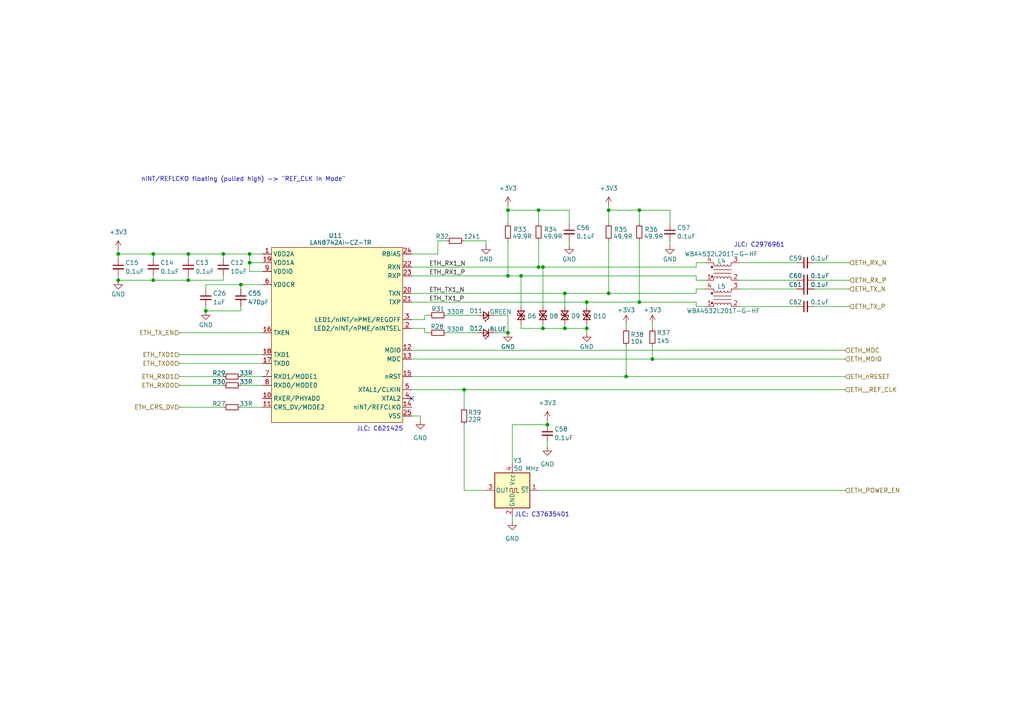
<source format=kicad_sch>
(kicad_sch (version 20231120) (generator "eeschema") (generator_version "8.0")
  (paper "A4")
  (lib_symbols
    (symbol "Device:C_Small" (pin_numbers hide) (pin_names (offset 0.254) hide)
      (property "Reference" "C" (at 0.254 1.778 0))
      (property "Value" "C_Small" (at 0.254 -2.032 0))
      (symbol "C_Small_0_1"
        (polyline (pts (xy -1.524 -0.508) (xy 1.524 -0.508)) (stroke (width 0.3302)))
        (polyline (pts (xy -1.524 0.508) (xy 1.524 0.508)) (stroke (width 0.3048)))
      )
      (symbol "C_Small_1_1"
        (pin passive line (at 0 2.54 270) (length 2.032) (name "~") (number "1"))
        (pin passive line (at 0 -2.54 90) (length 2.032) (name "~") (number "2"))
      )
    )
    (symbol "Device:D_TVS_Small" (pin_numbers hide) (pin_names (offset 1.016) hide)
      (property "Reference" "D" (at 0 2.54 0))
      (property "Value" "D_TVS_Small" (at 0 -2.54 0))
      (symbol "D_TVS_Small_0_1"
        (polyline (pts (xy -1.27 0) (xy 1.27 0)))
        (polyline (pts (xy 0.508 1.016) (xy 0 1.016) (xy 0 -1.016) (xy -0.508 -1.016)) (stroke (width 0.254)))
        (polyline (pts (xy -1.27 1.016) (xy -1.27 -1.016) (xy 1.27 1.016) (xy 1.27 -1.016) (xy -1.27 1.016)) (stroke (width 0.254)))
      )
      (symbol "D_TVS_Small_1_1"
        (pin passive line (at -2.54 0 0) (length 1.27) (name "A1") (number "1"))
        (pin passive line (at 2.54 0 180) (length 1.27) (name "A2") (number "2"))
      )
    )
    (symbol "Device:LED_Small" (pin_numbers hide) (pin_names (offset 0.254) hide)
      (property "Reference" "D" (at -1.27 3.175 0))
      (property "Value" "LED_Small" (at -4.445 -2.54 0))
      (symbol "LED_Small_0_1"
        (polyline (pts (xy -0.762 -1.016) (xy -0.762 1.016)) (stroke (width 0.254)))
        (polyline (pts (xy 1.016 0) (xy -0.762 0)))
        (polyline (pts (xy 0.762 -1.016) (xy -0.762 0) (xy 0.762 1.016) (xy 0.762 -1.016)) (stroke (width 0.254)))
        (polyline (pts (xy 0 0.762) (xy -0.508 1.27) (xy -0.254 1.27) (xy -0.508 1.27) (xy -0.508 1.016)))
        (polyline (pts (xy 0.508 1.27) (xy 0 1.778) (xy 0.254 1.778) (xy 0 1.778) (xy 0 1.524)))
      )
      (symbol "LED_Small_1_1"
        (pin passive line (at -2.54 0 0) (length 1.778) (name "K") (number "1"))
        (pin passive line (at 2.54 0 180) (length 1.778) (name "A") (number "2"))
      )
    )
    (symbol "Device:R_Small" (pin_numbers hide) (pin_names (offset 0.254) hide)
      (property "Reference" "R" (at 0.762 0.508 0))
      (property "Value" "R_Small" (at 0.762 -1.016 0))
      (symbol "R_Small_0_1"
        (rectangle (start -0.762 1.778) (end 0.762 -1.778) (stroke (width 0.2032)))
      )
      (symbol "R_Small_1_1"
        (pin passive line (at 0 2.54 270) (length 0.762) (name "~") (number "1"))
        (pin passive line (at 0 -2.54 90) (length 0.762) (name "~") (number "2"))
      )
    )
    (symbol "Filter:Choke_Wurth_WE-CNSW_744232090"
      (property "Reference" "L" (at 0 5.08 0))
      (property "Value" "Choke_Wurth_WE-CNSW_744232090" (at 0 -5.08 0))
      (symbol "Choke_Wurth_WE-CNSW_744232090_1_1"
        (circle (center -3.048 -1.27) (radius 0.254) (fill (type outline)))
        (circle (center -3.048 1.524) (radius 0.254) (fill (type outline)))
        (arc (start -2.54 2.032) (mid -2.032 1.5262) (end -1.524 2.032))
        (arc (start -1.524 -2.032) (mid -2.032 -1.5262) (end -2.54 -2.032))
        (arc (start -1.524 2.032) (mid -1.016 1.5262) (end -0.508 2.032))
        (arc (start -0.508 -2.032) (mid -1.016 -1.5262) (end -1.524 -2.032))
        (arc (start -0.508 2.032) (mid 0 1.5262) (end 0.508 2.032))
        (polyline (pts (xy -2.54 -2.032) (xy -2.54 -2.54)))
        (polyline (pts (xy -2.54 0.508) (xy 2.54 0.508)))
        (polyline (pts (xy -2.54 2.032) (xy -2.54 2.54)))
        (polyline (pts (xy 2.54 -2.032) (xy 2.54 -2.54)))
        (polyline (pts (xy 2.54 -0.508) (xy -2.54 -0.508)))
        (polyline (pts (xy 2.54 2.54) (xy 2.54 2.032)))
        (arc (start 0.508 -2.032) (mid 0 -1.5262) (end -0.508 -2.032))
        (arc (start 0.508 2.032) (mid 1.016 1.5262) (end 1.524 2.032))
        (arc (start 1.524 -2.032) (mid 1.016 -1.5262) (end 0.508 -2.032))
        (arc (start 1.524 2.032) (mid 2.032 1.5262) (end 2.54 2.032))
        (arc (start 2.54 -2.032) (mid 2.032 -1.5262) (end 1.524 -2.032))
        (pin passive line (at -5.08 2.54 0) (length 2.54) (name "") (number "1"))
        (pin passive line (at 5.08 2.54 180) (length 2.54) (name "") (number "2"))
        (pin passive line (at 5.08 -2.54 180) (length 2.54) (name "") (number "3"))
        (pin passive line (at -5.08 -2.54 0) (length 2.54) (name "") (number "4"))
      )
    )
    (symbol "Oscillator:SG-210STF" (pin_names (offset 0.254))
      (property "Reference" "Y" (at -5.08 6.35 0))
      (property "Value" "SG-210STF" (at 1.27 -6.35 0))
      (symbol "SG-210STF_0_1"
        (rectangle (start -5.08 5.08) (end 5.08 -5.08) (stroke (width 0.254)) (fill (type background)))
        (polyline (pts (xy -1.905 -0.635) (xy -1.27 -0.635) (xy -1.27 0.635) (xy -0.635 0.635) (xy -0.635 -0.635) (xy 0 -0.635) (xy 0 0.635) (xy 0.635 0.635) (xy 0.635 -0.635)))
      )
      (symbol "SG-210STF_1_1"
        (pin input line (at -7.62 0 0) (length 2.54) (name "~{ST}") (number "1"))
        (pin power_in line (at 0 -7.62 90) (length 2.54) (name "GND") (number "2"))
        (pin output line (at 7.62 0 180) (length 2.54) (name "OUT") (number "3"))
        (pin power_in line (at 0 7.62 270) (length 2.54) (name "Vcc") (number "4"))
      )
    )
    (symbol "easyeda2kicad:LAN8742AI-CZ-TR"
      (property "Reference" "U" (at 0 55.88 0))
      (property "Value" "LAN8742AI-CZ-TR" (at 0.762 53.594 0))
      (symbol "LAN8742AI-CZ-TR_0_1"
        (rectangle (start -20.32 52.705) (end 17.78 1.905) (fill (type background)))
        (pin unspecified line (at -22.86 50.8 0) (length 2.54) (name "VDD2A") (number "1"))
        (pin unspecified line (at -22.86 8.89 0) (length 2.54) (name "RXER/PHYAD0") (number "10"))
        (pin unspecified line (at -22.86 6.35 0) (length 2.54) (name "CRS_DV/MODE2") (number "11"))
        (pin unspecified line (at 20.32 22.86 180) (length 2.54) (name "MDIO") (number "12"))
        (pin unspecified line (at 20.32 20.32 180) (length 2.54) (name "MDC") (number "13"))
        (pin unspecified line (at 20.32 6.35 180) (length 2.54) (name "nINT/REFCLKO") (number "14"))
        (pin unspecified line (at 20.32 15.24 180) (length 2.54) (name "nRST") (number "15"))
        (pin unspecified line (at -22.86 27.94 0) (length 2.54) (name "TXEN") (number "16"))
        (pin unspecified line (at -22.86 19.05 0) (length 2.54) (name "TXD0") (number "17"))
        (pin unspecified line (at -22.86 21.59 0) (length 2.54) (name "TXD1") (number "18"))
        (pin unspecified line (at -22.86 48.26 0) (length 2.54) (name "VDD1A") (number "19"))
        (pin unspecified line (at 20.32 29.21 180) (length 2.54) (name "LED2/nINT/nPME/nINTSEL") (number "2"))
        (pin unspecified line (at 20.32 39.37 180) (length 2.54) (name "TXN") (number "20"))
        (pin unspecified line (at 20.32 36.83 180) (length 2.54) (name "TXP") (number "21"))
        (pin unspecified line (at 20.32 46.99 180) (length 2.54) (name "RXN") (number "22"))
        (pin unspecified line (at 20.32 44.45 180) (length 2.54) (name "RXP") (number "23"))
        (pin unspecified line (at 20.32 50.8 180) (length 2.54) (name "RBIAS") (number "24"))
        (pin unspecified line (at 20.32 3.81 180) (length 2.54) (name "VSS") (number "25"))
        (pin unspecified line (at 20.32 31.75 180) (length 2.54) (name "LED1/nINT/nPME/REGOFF") (number "3"))
        (pin unspecified line (at 20.32 8.89 180) (length 2.54) (name "XTAL2") (number "4"))
        (pin unspecified line (at 20.32 11.43 180) (length 2.54) (name "XTAL1/CLKIN") (number "5"))
        (pin unspecified line (at -22.86 41.91 0) (length 2.54) (name "VDDCR") (number "6"))
        (pin unspecified line (at -22.86 15.24 0) (length 2.54) (name "RXD1/MODE1") (number "7"))
        (pin unspecified line (at -22.86 12.7 0) (length 2.54) (name "RXD0/MODE0") (number "8"))
        (pin unspecified line (at -22.86 45.72 0) (length 2.54) (name "VDDIO") (number "9"))
      )
    )
    (symbol "power:+3V3" (power) (pin_numbers hide) (pin_names (offset 0) hide)
      (property "Value" "+3V3" (at 0 3.556 0))
      (symbol "+3V3_0_1"
        (polyline (pts (xy -0.762 1.27) (xy 0 2.54)))
        (polyline (pts (xy 0 0) (xy 0 2.54)))
        (polyline (pts (xy 0 2.54) (xy 0.762 1.27)))
      )
      (symbol "+3V3_1_1"
        (pin power_in line (at 0 0 90) (length 0) (name "~") (number "1"))
      )
    )
    (symbol "power:GND" (power) (pin_numbers hide) (pin_names (offset 0) hide)
      (property "Value" "GND" (at 0 -3.81 0))
      (symbol "GND_0_1"
        (polyline (pts (xy 0 0) (xy 0 -1.27) (xy 1.27 -1.27) (xy 0 -2.54) (xy -1.27 -1.27) (xy 0 -1.27)))
      )
      (symbol "GND_1_1"
        (pin power_in line (at 0 0 270) (length 0) (name "~") (number "1"))
      )
    )
  )
  (junction (at 156.21 60.96))
  (junction (at 44.45 73.66))
  (junction (at 185.42 60.96))
  (junction (at 157.48 95.25))
  (junction (at 156.21 77.47))
  (junction (at 134.62 113.03))
  (junction (at 157.48 77.47))
  (junction (at 147.32 96.52))
  (junction (at 158.75 123.19))
  (junction (at 54.61 81.28))
  (junction (at 34.29 81.28))
  (junction (at 34.29 73.66))
  (junction (at 163.83 85.09))
  (junction (at 163.83 95.25))
  (junction (at 44.45 81.28))
  (junction (at 147.32 80.01))
  (junction (at 69.85 82.55))
  (junction (at 72.39 76.2))
  (junction (at 170.18 87.63))
  (junction (at 64.77 73.66))
  (junction (at 176.53 60.96))
  (junction (at 185.42 87.63))
  (junction (at 151.13 80.01))
  (junction (at 147.32 60.96))
  (junction (at 54.61 73.66))
  (junction (at 189.23 104.14))
  (junction (at 176.53 85.09))
  (junction (at 181.61 109.22))
  (junction (at 170.18 95.25))
  (junction (at 59.69 90.17))
  (junction (at 72.39 73.66))
  (no_connect (at 119.38 115.57))
  (wire (pts (xy 52.07 105.41) (xy 76.2 105.41)))
  (wire (pts (xy 64.77 73.66) (xy 72.39 73.66)))
  (wire (pts (xy 156.21 60.96) (xy 165.1 60.96)))
  (wire (pts (xy 34.29 81.28) (xy 44.45 81.28)))
  (wire (pts (xy 158.75 121.92) (xy 158.75 123.19)))
  (wire (pts (xy 127 69.85) (xy 129.54 69.85)))
  (wire (pts (xy 147.32 60.96) (xy 156.21 60.96)))
  (wire (pts (xy 134.62 113.03) (xy 245.11 113.03)))
  (wire (pts (xy 194.31 60.96) (xy 194.31 64.77)))
  (wire (pts (xy 181.61 100.33) (xy 181.61 109.22)))
  (wire (pts (xy 119.38 77.47) (xy 156.21 77.47)))
  (wire (pts (xy 52.07 118.11) (xy 64.77 118.11)))
  (wire (pts (xy 201.93 81.28) (xy 204.47 81.28)))
  (wire (pts (xy 34.29 73.66) (xy 34.29 74.93)))
  (wire (pts (xy 214.63 76.2) (xy 231.14 76.2)))
  (wire (pts (xy 123.19 91.44) (xy 123.19 92.71)))
  (wire (pts (xy 59.69 82.55) (xy 69.85 82.55)))
  (wire (pts (xy 59.69 90.17) (xy 69.85 90.17)))
  (wire (pts (xy 123.19 91.44) (xy 124.46 91.44)))
  (wire (pts (xy 134.62 123.19) (xy 134.62 142.24)))
  (wire (pts (xy 176.53 59.69) (xy 176.53 60.96)))
  (wire (pts (xy 170.18 93.98) (xy 170.18 95.25)))
  (wire (pts (xy 72.39 78.74) (xy 72.39 76.2)))
  (wire (pts (xy 185.42 69.85) (xy 185.42 87.63)))
  (wire (pts (xy 194.31 69.85) (xy 194.31 71.12)))
  (wire (pts (xy 214.63 88.9) (xy 231.14 88.9)))
  (wire (pts (xy 181.61 109.22) (xy 245.11 109.22)))
  (wire (pts (xy 156.21 69.85) (xy 156.21 77.47)))
  (wire (pts (xy 69.85 90.17) (xy 69.85 88.9)))
  (wire (pts (xy 148.59 123.19) (xy 158.75 123.19)))
  (wire (pts (xy 64.77 81.28) (xy 64.77 80.01)))
  (wire (pts (xy 214.63 83.82) (xy 231.14 83.82)))
  (wire (pts (xy 44.45 81.28) (xy 44.45 80.01)))
  (wire (pts (xy 189.23 93.98) (xy 189.23 95.25)))
  (wire (pts (xy 163.83 93.98) (xy 163.83 95.25)))
  (wire (pts (xy 143.51 91.44) (xy 147.32 91.44)))
  (wire (pts (xy 176.53 60.96) (xy 176.53 64.77)))
  (wire (pts (xy 151.13 95.25) (xy 157.48 95.25)))
  (wire (pts (xy 54.61 73.66) (xy 64.77 73.66)))
  (wire (pts (xy 119.38 113.03) (xy 134.62 113.03)))
  (wire (pts (xy 176.53 85.09) (xy 201.93 85.09)))
  (wire (pts (xy 151.13 93.98) (xy 151.13 95.25)))
  (wire (pts (xy 76.2 78.74) (xy 72.39 78.74)))
  (wire (pts (xy 54.61 74.93) (xy 54.61 73.66)))
  (wire (pts (xy 143.51 96.52) (xy 147.32 96.52)))
  (wire (pts (xy 140.97 142.24) (xy 134.62 142.24)))
  (wire (pts (xy 34.29 73.66) (xy 44.45 73.66)))
  (wire (pts (xy 170.18 95.25) (xy 170.18 96.52)))
  (wire (pts (xy 163.83 85.09) (xy 163.83 88.9)))
  (wire (pts (xy 119.38 85.09) (xy 163.83 85.09)))
  (wire (pts (xy 134.62 69.85) (xy 140.97 69.85)))
  (wire (pts (xy 147.32 59.69) (xy 147.32 60.96)))
  (wire (pts (xy 134.62 113.03) (xy 134.62 118.11)))
  (wire (pts (xy 151.13 80.01) (xy 201.93 80.01)))
  (wire (pts (xy 157.48 77.47) (xy 156.21 77.47)))
  (wire (pts (xy 214.63 81.28) (xy 231.14 81.28)))
  (wire (pts (xy 69.85 82.55) (xy 69.85 83.82)))
  (wire (pts (xy 236.22 81.28) (xy 246.38 81.28)))
  (wire (pts (xy 165.1 60.96) (xy 165.1 64.77)))
  (wire (pts (xy 201.93 80.01) (xy 201.93 81.28)))
  (wire (pts (xy 148.59 149.86) (xy 148.59 151.13)))
  (wire (pts (xy 201.93 87.63) (xy 201.93 88.9)))
  (wire (pts (xy 119.38 104.14) (xy 189.23 104.14)))
  (wire (pts (xy 201.93 85.09) (xy 201.93 83.82)))
  (wire (pts (xy 165.1 69.85) (xy 165.1 71.12)))
  (wire (pts (xy 54.61 81.28) (xy 54.61 80.01)))
  (wire (pts (xy 52.07 96.52) (xy 76.2 96.52)))
  (wire (pts (xy 69.85 118.11) (xy 76.2 118.11)))
  (wire (pts (xy 44.45 73.66) (xy 54.61 73.66)))
  (wire (pts (xy 147.32 80.01) (xy 151.13 80.01)))
  (wire (pts (xy 163.83 95.25) (xy 170.18 95.25)))
  (wire (pts (xy 156.21 142.24) (xy 245.11 142.24)))
  (wire (pts (xy 129.54 91.44) (xy 138.43 91.44)))
  (wire (pts (xy 69.85 109.22) (xy 76.2 109.22)))
  (wire (pts (xy 127 69.85) (xy 127 73.66)))
  (wire (pts (xy 121.92 120.65) (xy 119.38 120.65)))
  (wire (pts (xy 72.39 73.66) (xy 76.2 73.66)))
  (wire (pts (xy 189.23 100.33) (xy 189.23 104.14)))
  (wire (pts (xy 170.18 87.63) (xy 185.42 87.63)))
  (wire (pts (xy 44.45 81.28) (xy 54.61 81.28)))
  (wire (pts (xy 201.93 77.47) (xy 201.93 76.2)))
  (wire (pts (xy 163.83 85.09) (xy 176.53 85.09)))
  (wire (pts (xy 119.38 87.63) (xy 170.18 87.63)))
  (wire (pts (xy 148.59 123.19) (xy 148.59 134.62)))
  (wire (pts (xy 121.92 120.65) (xy 121.92 121.92)))
  (wire (pts (xy 69.85 82.55) (xy 76.2 82.55)))
  (wire (pts (xy 34.29 72.39) (xy 34.29 73.66)))
  (wire (pts (xy 170.18 88.9) (xy 170.18 87.63)))
  (wire (pts (xy 236.22 76.2) (xy 246.38 76.2)))
  (wire (pts (xy 64.77 73.66) (xy 64.77 74.93)))
  (wire (pts (xy 181.61 93.98) (xy 181.61 95.25)))
  (wire (pts (xy 119.38 109.22) (xy 181.61 109.22)))
  (wire (pts (xy 185.42 60.96) (xy 194.31 60.96)))
  (wire (pts (xy 201.93 88.9) (xy 204.47 88.9)))
  (wire (pts (xy 147.32 91.44) (xy 147.32 96.52)))
  (wire (pts (xy 123.19 92.71) (xy 119.38 92.71)))
  (wire (pts (xy 34.29 80.01) (xy 34.29 81.28)))
  (wire (pts (xy 123.19 96.52) (xy 123.19 95.25)))
  (wire (pts (xy 157.48 95.25) (xy 163.83 95.25)))
  (wire (pts (xy 72.39 73.66) (xy 72.39 76.2)))
  (wire (pts (xy 147.32 69.85) (xy 147.32 80.01)))
  (wire (pts (xy 185.42 87.63) (xy 201.93 87.63)))
  (wire (pts (xy 54.61 81.28) (xy 64.77 81.28)))
  (wire (pts (xy 156.21 60.96) (xy 156.21 64.77)))
  (wire (pts (xy 201.93 76.2) (xy 204.47 76.2)))
  (wire (pts (xy 236.22 88.9) (xy 246.38 88.9)))
  (wire (pts (xy 52.07 109.22) (xy 64.77 109.22)))
  (wire (pts (xy 176.53 60.96) (xy 185.42 60.96)))
  (wire (pts (xy 124.46 96.52) (xy 123.19 96.52)))
  (wire (pts (xy 157.48 77.47) (xy 201.93 77.47)))
  (wire (pts (xy 52.07 102.87) (xy 76.2 102.87)))
  (wire (pts (xy 69.85 111.76) (xy 76.2 111.76)))
  (wire (pts (xy 119.38 101.6) (xy 245.11 101.6)))
  (wire (pts (xy 76.2 76.2) (xy 72.39 76.2)))
  (wire (pts (xy 236.22 83.82) (xy 246.38 83.82)))
  (wire (pts (xy 119.38 95.25) (xy 123.19 95.25)))
  (wire (pts (xy 59.69 83.82) (xy 59.69 82.55)))
  (wire (pts (xy 129.54 96.52) (xy 138.43 96.52)))
  (wire (pts (xy 59.69 88.9) (xy 59.69 90.17)))
  (wire (pts (xy 151.13 80.01) (xy 151.13 88.9)))
  (wire (pts (xy 44.45 73.66) (xy 44.45 74.93)))
  (wire (pts (xy 119.38 73.66) (xy 127 73.66)))
  (wire (pts (xy 176.53 69.85) (xy 176.53 85.09)))
  (wire (pts (xy 119.38 80.01) (xy 147.32 80.01)))
  (wire (pts (xy 147.32 60.96) (xy 147.32 64.77)))
  (wire (pts (xy 52.07 111.76) (xy 64.77 111.76)))
  (wire (pts (xy 157.48 77.47) (xy 157.48 88.9)))
  (wire (pts (xy 158.75 128.27) (xy 158.75 129.54)))
  (wire (pts (xy 140.97 69.85) (xy 140.97 71.12)))
  (wire (pts (xy 185.42 60.96) (xy 185.42 64.77)))
  (wire (pts (xy 189.23 104.14) (xy 245.11 104.14)))
  (wire (pts (xy 201.93 83.82) (xy 204.47 83.82)))
  (wire (pts (xy 157.48 93.98) (xy 157.48 95.25)))
  (text "JLC: C37635401" (at 157.226 149.352 0) (effects (font (size 1.27 1.27))))
  (text "JLC: C2976961" (at 220.218 71.12 0) (effects (font (size 1.27 1.27))))
  (text "JLC: C621425" (at 103.378 124.46 0) (effects (font (size 1.27 1.27)) (justify left)))
  (text "nINT/REFLCKO floating (pulled high) -> \"REF_CLK In Mode\"" (at 40.894 52.07 0) (effects (font (size 1.27 1.27)) (justify left)))
  (label "ETH_TX1_N" (at 124.46 85.09 0))
  (label "ETH_RX1_P" (at 124.46 80.01 0))
  (label "ETH_TX1_P" (at 124.46 87.63 0))
  (label "ETH_RX1_N" (at 124.46 77.47 0))
  (hierarchical_label "ETH_nRESET" (shape input) (at 245.11 109.22 0))
  (hierarchical_label "ETH_POWER_EN" (shape input) (at 245.11 142.24 0))
  (hierarchical_label "ETH__REF_CLK" (shape input) (at 245.11 113.03 0))
  (hierarchical_label "ETH_MDIO" (shape input) (at 245.11 104.14 0))
  (hierarchical_label "ETH_TX_P" (shape input) (at 246.38 88.9 0))
  (hierarchical_label "ETH_TXD0" (shape input) (at 52.07 105.41 180))
  (hierarchical_label "ETH_TXD1" (shape input) (at 52.07 102.87 180))
  (hierarchical_label "ETH_RXD1" (shape input) (at 52.07 109.22 180))
  (hierarchical_label "ETH_MDC" (shape input) (at 245.11 101.6 0))
  (hierarchical_label "ETH_RX_P" (shape input) (at 246.38 81.28 0))
  (hierarchical_label "ETH_CRS_DV" (shape input) (at 52.07 118.11 180))
  (hierarchical_label "ETH_RXD0" (shape input) (at 52.07 111.76 180))
  (hierarchical_label "ETH_TX_EN" (shape input) (at 52.07 96.52 180))
  (hierarchical_label "ETH_TX_N" (shape input) (at 246.38 83.82 0))
  (hierarchical_label "ETH_RX_N" (shape input) (at 246.38 76.2 0))
  (symbol (lib_id "Device:C_Small") (at 233.68 88.9 90) (unit 1)
    (property "Reference" "C62" (at 232.664 87.63 90) (effects (justify left)))
    (property "Value" "0.1uF" (at 240.538 87.63 90) (effects (justify left)))
    (property "Footprint" "custom:C_0402_1005Metric_NoSilk" (effects (hide yes)))
    (property "Description" "Unpolarized capacitor, small symbol" (effects (hide yes)))
  )
  (symbol (lib_id "Device:D_TVS_Small") (at 157.48 91.44 90) (unit 1)
    (property "Reference" "D8" (at 159.258 91.694 90) (effects (justify right)))
    (property "Value" "D_TVS_Small" (effects (hide yes)))
    (property "Description" "Bidirectional transient-voltage-suppression diode, small symbol" (effects (hide yes)))
  )
  (symbol (lib_id "Device:R_Small") (at 147.32 67.31 0) (unit 1)
    (property "Reference" "R33" (at 148.844 66.548 0) (effects (justify left)))
    (property "Value" "49.9R" (at 148.59 68.58 0) (effects (justify left)))
    (property "Footprint" "custom:R_0402_1005Metric_NoSilk" (effects (hide yes)))
    (property "Description" "Resistor, small symbol" (effects (hide yes)))
  )
  (symbol (lib_id "easyeda2kicad:LAN8742AI-CZ-TR") (at 99.06 124.46 0) (unit 1)
    (property "Reference" "U11" (at 97.282 68.326 0))
    (property "Value" "LAN8742AI-CZ-TR" (at 98.806 70.358 0))
    (property "Footprint" "easyeda2kicad:VQFN-24_L4.0-W4.0-P0.50-BL-EP2.5" (effects (hide yes)))
    (property "LCSC Part" "C621425" (effects (hide yes)))
  )
  (symbol (lib_id "power:+3V3") (at 147.32 59.69 0) (unit 1)
    (property "Reference" "#PWR0109" (effects (hide yes)))
    (property "Value" "+3V3" (at 147.32 54.61 0))
    (property "Description" "Power symbol creates a global label with name \"+3V3\"" (effects (hide yes)))
  )
  (symbol (lib_id "Device:LED_Small") (at 140.97 96.52 180) (unit 1)
    (property "Reference" "D12" (at 136.144 95.25 0) (effects (justify right)))
    (property "Value" "BLUE" (at 141.986 95.504 0) (effects (justify right)))
    (property "Footprint" "custom:LED_0603_1608Metric_NoSilk" (effects (hide yes)))
    (property "Description" "Light emitting diode, small symbol" (effects (hide yes)))
  )
  (symbol (lib_id "Device:C_Small") (at 158.75 125.73 0) (unit 1)
    (property "Reference" "C58" (at 160.782 124.46 0) (effects (justify left)))
    (property "Value" "0.1uF" (at 160.782 127 0) (effects (justify left)))
    (property "Footprint" "custom:C_0402_1005Metric_NoSilk" (effects (hide yes)))
    (property "Description" "Unpolarized capacitor, small symbol" (effects (hide yes)))
  )
  (symbol (lib_id "power:GND") (at 194.31 71.12 0) (unit 1)
    (property "Reference" "#PWR0112" (effects (hide yes)))
    (property "Value" "GND" (at 194.31 75.184 0))
    (property "Description" "Power symbol creates a global label with name \"GND\" , ground" (effects (hide yes)))
  )
  (symbol (lib_id "Device:C_Small") (at 34.29 77.47 0) (unit 1)
    (property "Reference" "C15" (at 36.322 76.2 0) (effects (justify left)))
    (property "Value" "0.1uF" (at 36.322 78.74 0) (effects (justify left)))
    (property "Footprint" "custom:C_0402_1005Metric_NoSilk" (effects (hide yes)))
    (property "Description" "Unpolarized capacitor, small symbol" (effects (hide yes)))
  )
  (symbol (lib_id "power:+3V3") (at 158.75 121.92 0) (unit 1)
    (property "Reference" "#PWR0117" (effects (hide yes)))
    (property "Value" "+3V3" (at 158.75 116.84 0))
    (property "Description" "Power symbol creates a global label with name \"+3V3\"" (effects (hide yes)))
  )
  (symbol (lib_id "power:GND") (at 140.97 71.12 0) (unit 1)
    (property "Reference" "#PWR082" (effects (hide yes)))
    (property "Value" "GND" (at 140.97 75.184 0))
    (property "Description" "Power symbol creates a global label with name \"GND\" , ground" (effects (hide yes)))
  )
  (symbol (lib_id "power:+3V3") (at 189.23 93.98 0) (unit 1)
    (property "Reference" "#PWR0114" (effects (hide yes)))
    (property "Value" "+3V3" (at 189.23 89.916 0))
    (property "Description" "Power symbol creates a global label with name \"+3V3\"" (effects (hide yes)))
  )
  (symbol (lib_id "Device:C_Small") (at 54.61 77.47 0) (unit 1)
    (property "Reference" "C13" (at 56.642 76.2 0) (effects (justify left)))
    (property "Value" "0.1uF" (at 56.642 78.74 0) (effects (justify left)))
    (property "Footprint" "custom:C_0402_1005Metric_NoSilk" (effects (hide yes)))
    (property "Description" "Unpolarized capacitor, small symbol" (effects (hide yes)))
  )
  (symbol (lib_id "Device:C_Small") (at 194.31 67.31 0) (unit 1)
    (property "Reference" "C57" (at 196.342 66.04 0) (effects (justify left)))
    (property "Value" "0.1uF" (at 196.342 68.58 0) (effects (justify left)))
    (property "Footprint" "custom:C_0402_1005Metric_NoSilk" (effects (hide yes)))
    (property "Description" "Unpolarized capacitor, small symbol" (effects (hide yes)))
  )
  (symbol (lib_id "power:+3V3") (at 34.29 72.39 0) (unit 1)
    (property "Reference" "#PWR035" (effects (hide yes)))
    (property "Value" "+3V3" (at 34.29 67.31 0))
    (property "Description" "Power symbol creates a global label with name \"+3V3\"" (effects (hide yes)))
  )
  (symbol (lib_id "Device:R_Small") (at 185.42 67.31 0) (unit 1)
    (property "Reference" "R36" (at 186.944 66.548 0) (effects (justify left)))
    (property "Value" "49.9R" (at 186.69 68.58 0) (effects (justify left)))
    (property "Footprint" "custom:R_0402_1005Metric_NoSilk" (effects (hide yes)))
    (property "Description" "Resistor, small symbol" (effects (hide yes)))
  )
  (symbol (lib_id "power:GND") (at 148.59 151.13 0) (unit 1)
    (property "Reference" "#PWR0118" (effects (hide yes)))
    (property "Value" "GND" (at 148.59 156.21 0))
    (property "Description" "Power symbol creates a global label with name \"GND\" , ground" (effects (hide yes)))
  )
  (symbol (lib_id "Device:C_Small") (at 233.68 81.28 90) (unit 1)
    (property "Reference" "C60" (at 232.664 80.01 90) (effects (justify left)))
    (property "Value" "0.1uF" (at 240.538 80.01 90) (effects (justify left)))
    (property "Footprint" "custom:C_0402_1005Metric_NoSilk" (effects (hide yes)))
    (property "Description" "Unpolarized capacitor, small symbol" (effects (hide yes)))
  )
  (symbol (lib_id "Device:R_Small") (at 176.53 67.31 0) (unit 1)
    (property "Reference" "R35" (at 178.054 66.548 0) (effects (justify left)))
    (property "Value" "49.9R" (at 177.8 68.58 0) (effects (justify left)))
    (property "Footprint" "custom:R_0402_1005Metric_NoSilk" (effects (hide yes)))
    (property "Description" "Resistor, small symbol" (effects (hide yes)))
  )
  (symbol (lib_id "power:+3V3") (at 181.61 93.98 0) (unit 1)
    (property "Reference" "#PWR0115" (effects (hide yes)))
    (property "Value" "+3V3" (at 181.61 89.916 0))
    (property "Description" "Power symbol creates a global label with name \"+3V3\"" (effects (hide yes)))
  )
  (symbol (lib_id "power:GND") (at 170.18 96.52 0) (unit 1)
    (property "Reference" "#PWR0107" (effects (hide yes)))
    (property "Value" "GND" (at 170.18 100.584 0))
    (property "Description" "Power symbol creates a global label with name \"GND\" , ground" (effects (hide yes)))
  )
  (symbol (lib_id "Device:R_Small") (at 134.62 120.65 180) (unit 1)
    (property "Reference" "R39" (at 137.668 119.634 0))
    (property "Value" "22R" (at 137.668 121.666 0))
    (property "Footprint" "custom:R_0402_1005Metric_NoSilk" (effects (hide yes)))
    (property "Description" "Resistor, small symbol" (effects (hide yes)))
  )
  (symbol (lib_id "power:+3V3") (at 176.53 59.69 0) (unit 1)
    (property "Reference" "#PWR0111" (effects (hide yes)))
    (property "Value" "+3V3" (at 176.53 54.61 0))
    (property "Description" "Power symbol creates a global label with name \"+3V3\"" (effects (hide yes)))
  )
  (symbol (lib_id "Device:R_Small") (at 67.31 111.76 90) (unit 1)
    (property "Reference" "R30" (at 63.5 110.744 90))
    (property "Value" "33R" (at 71.374 110.744 90))
    (property "Footprint" "custom:R_0402_1005Metric_NoSilk" (effects (hide yes)))
    (property "Description" "Resistor, small symbol" (effects (hide yes)))
  )
  (symbol (lib_id "power:GND") (at 34.29 81.28 0) (unit 1)
    (property "Reference" "#PWR034" (effects (hide yes)))
    (property "Value" "GND" (at 34.29 85.344 0))
    (property "Description" "Power symbol creates a global label with name \"GND\" , ground" (effects (hide yes)))
  )
  (symbol (lib_id "Oscillator:SG-210STF") (at 148.59 142.24 0) (mirror y) (unit 1)
    (property "Reference" "Y3" (at 150.114 133.604 0))
    (property "Value" "50 MHz" (at 152.654 135.89 0))
    (property "Footprint" "Crystal:Crystal_SMD_2016-4Pin_2.0x1.6mm" (effects (hide yes)))
    (property "Datasheet" "https://www.lcsc.com/datasheet/lcsc_datasheet_2411261512_TOGNJING-XOS20050000LT00351005_C37635401.pdf" (effects (hide yes)))
    (property "Description" "CMOS Crystal Oscillator SPXO" (effects (hide yes)))
    (property "LCSC Part" "C37635401" (effects (hide yes)))
  )
  (symbol (lib_id "Device:C_Small") (at 64.77 77.47 0) (unit 1)
    (property "Reference" "C12" (at 66.802 76.2 0) (effects (justify left)))
    (property "Value" "10uF" (at 66.802 78.74 0) (effects (justify left)))
    (property "Footprint" "custom:C_0402_1005Metric_NoSilk" (effects (hide yes)))
    (property "Description" "Unpolarized capacitor, small symbol" (effects (hide yes)))
  )
  (symbol (lib_id "power:GND") (at 59.69 90.17 0) (unit 1)
    (property "Reference" "#PWR037" (effects (hide yes)))
    (property "Value" "GND" (at 59.69 94.234 0))
    (property "Description" "Power symbol creates a global label with name \"GND\" , ground" (effects (hide yes)))
  )
  (symbol (lib_id "Device:R_Small") (at 181.61 97.79 0) (unit 1)
    (property "Reference" "R38" (at 182.88 97.028 0) (effects (justify left)))
    (property "Value" "10k" (at 182.88 99.06 0) (effects (justify left)))
    (property "Footprint" "custom:R_0402_1005Metric_NoSilk" (effects (hide yes)))
    (property "Description" "Resistor, small symbol" (effects (hide yes)))
  )
  (symbol (lib_id "power:GND") (at 165.1 71.12 0) (unit 1)
    (property "Reference" "#PWR0110" (effects (hide yes)))
    (property "Value" "GND" (at 165.1 75.184 0))
    (property "Description" "Power symbol creates a global label with name \"GND\" , ground" (effects (hide yes)))
  )
  (symbol (lib_id "power:GND") (at 158.75 129.54 0) (unit 1)
    (property "Reference" "#PWR0119" (effects (hide yes)))
    (property "Value" "GND" (at 158.75 134.62 0))
    (property "Description" "Power symbol creates a global label with name \"GND\" , ground" (effects (hide yes)))
  )
  (symbol (lib_id "Device:R_Small") (at 189.23 97.79 0) (unit 1)
    (property "Reference" "R37" (at 190.5 96.52 0) (effects (justify left)))
    (property "Value" "1k5" (at 190.5 98.806 0) (effects (justify left)))
    (property "Footprint" "custom:R_0402_1005Metric_NoSilk" (effects (hide yes)))
    (property "Description" "Resistor, small symbol" (effects (hide yes)))
  )
  (symbol (lib_id "Device:D_TVS_Small") (at 163.83 91.44 90) (unit 1)
    (property "Reference" "D9" (at 165.608 91.694 90) (effects (justify right)))
    (property "Value" "D_TVS_Small" (effects (hide yes)))
    (property "Description" "Bidirectional transient-voltage-suppression diode, small symbol" (effects (hide yes)))
  )
  (symbol (lib_id "Device:R_Small") (at 67.31 118.11 90) (unit 1)
    (property "Reference" "R27" (at 63.5 117.094 90))
    (property "Value" "33R" (at 71.374 117.094 90))
    (property "Footprint" "custom:R_0402_1005Metric_NoSilk" (effects (hide yes)))
    (property "Description" "Resistor, small symbol" (effects (hide yes)))
  )
  (symbol (lib_id "Device:C_Small") (at 44.45 77.47 0) (unit 1)
    (property "Reference" "C14" (at 46.482 76.2 0) (effects (justify left)))
    (property "Value" "0.1uF" (at 46.482 78.74 0) (effects (justify left)))
    (property "Footprint" "custom:C_0402_1005Metric_NoSilk" (effects (hide yes)))
    (property "Description" "Unpolarized capacitor, small symbol" (effects (hide yes)))
  )
  (symbol (lib_id "power:GND") (at 147.32 96.52 0) (unit 1)
    (property "Reference" "#PWR0113" (effects (hide yes)))
    (property "Value" "GND" (at 147.32 100.584 0))
    (property "Description" "Power symbol creates a global label with name \"GND\" , ground" (effects (hide yes)))
  )
  (symbol (lib_id "Filter:Choke_Wurth_WE-CNSW_744232090") (at 209.55 86.36 0) (mirror x) (unit 1)
    (property "Reference" "L5" (at 209.296 83.058 0))
    (property "Value" "WBA4532L201T-G-HF" (at 209.804 90.17 0))
    (property "Footprint" "Inductor_SMD:L_CommonMode_Wurth_WE-CNSW-1206" (effects (hide yes)))
    (property "Datasheet" "https://www.we-online.com/components/products/datasheet/744232090.pdf" (effects (hide yes)))
    (property "Description" "Common mode choke, 370 mA, 125VDC, USB2.0, 111 nH" (effects (hide yes)))
  )
  (symbol (lib_id "Device:R_Small") (at 127 96.52 90) (unit 1)
    (property "Reference" "R28" (at 128.778 94.742 90) (effects (justify left)))
    (property "Value" "330R" (at 134.62 95.504 90) (effects (justify left)))
    (property "Footprint" "custom:R_0402_1005Metric_NoSilk" (effects (hide yes)))
    (property "Description" "Resistor, small symbol" (effects (hide yes)))
  )
  (symbol (lib_id "Device:R_Small") (at 156.21 67.31 0) (unit 1)
    (property "Reference" "R34" (at 157.734 66.548 0) (effects (justify left)))
    (property "Value" "49.9R" (at 157.48 68.58 0) (effects (justify left)))
    (property "Footprint" "custom:R_0402_1005Metric_NoSilk" (effects (hide yes)))
    (property "Description" "Resistor, small symbol" (effects (hide yes)))
  )
  (symbol (lib_id "Device:D_TVS_Small") (at 170.18 91.44 90) (unit 1)
    (property "Reference" "D10" (at 171.958 91.694 90) (effects (justify right)))
    (property "Value" "D_TVS_Small" (effects (hide yes)))
    (property "Description" "Bidirectional transient-voltage-suppression diode, small symbol" (effects (hide yes)))
  )
  (symbol (lib_id "Device:D_TVS_Small") (at 151.13 91.44 90) (unit 1)
    (property "Reference" "D6" (at 152.908 91.694 90) (effects (justify right)))
    (property "Value" "D_TVS_Small" (effects (hide yes)))
    (property "Description" "Bidirectional transient-voltage-suppression diode, small symbol" (effects (hide yes)))
  )
  (symbol (lib_id "Device:C_Small") (at 59.69 86.36 0) (unit 1)
    (property "Reference" "C26" (at 61.722 85.09 0) (effects (justify left)))
    (property "Value" "1uF" (at 61.722 87.63 0) (effects (justify left)))
    (property "Footprint" "custom:C_0402_1005Metric_NoSilk" (effects (hide yes)))
    (property "Description" "Unpolarized capacitor, small symbol" (effects (hide yes)))
  )
  (symbol (lib_id "Device:C_Small") (at 69.85 86.36 0) (unit 1)
    (property "Reference" "C55" (at 71.882 85.09 0) (effects (justify left)))
    (property "Value" "470pF" (at 71.882 87.63 0) (effects (justify left)))
    (property "Footprint" "custom:C_0402_1005Metric_NoSilk" (effects (hide yes)))
    (property "Description" "Unpolarized capacitor, small symbol" (effects (hide yes)))
  )
  (symbol (lib_id "Device:R_Small") (at 67.31 109.22 90) (unit 1)
    (property "Reference" "R29" (at 63.5 108.204 90))
    (property "Value" "33R" (at 71.374 108.204 90))
    (property "Footprint" "custom:R_0402_1005Metric_NoSilk" (effects (hide yes)))
    (property "Description" "Resistor, small symbol" (effects (hide yes)))
  )
  (symbol (lib_id "Device:C_Small") (at 165.1 67.31 0) (unit 1)
    (property "Reference" "C56" (at 167.132 66.04 0) (effects (justify left)))
    (property "Value" "0.1uF" (at 167.132 68.58 0) (effects (justify left)))
    (property "Footprint" "custom:C_0402_1005Metric_NoSilk" (effects (hide yes)))
    (property "Description" "Unpolarized capacitor, small symbol" (effects (hide yes)))
  )
  (symbol (lib_id "Device:LED_Small") (at 140.97 91.44 180) (unit 1)
    (property "Reference" "D11" (at 136.144 90.17 0) (effects (justify right)))
    (property "Value" "GREEN" (at 141.986 90.424 0) (effects (justify right)))
    (property "Footprint" "custom:LED_0603_1608Metric_NoSilk" (effects (hide yes)))
    (property "Description" "Light emitting diode, small symbol" (effects (hide yes)))
  )
  (symbol (lib_id "power:GND") (at 121.92 121.92 0) (unit 1)
    (property "Reference" "#PWR0116" (effects (hide yes)))
    (property "Value" "GND" (at 121.92 127 0))
    (property "Description" "Power symbol creates a global label with name \"GND\" , ground" (effects (hide yes)))
  )
  (symbol (lib_id "Filter:Choke_Wurth_WE-CNSW_744232090") (at 209.55 78.74 0) (mirror x) (unit 1)
    (property "Reference" "L4" (at 209.296 75.692 0))
    (property "Value" "WBA4532L201T-G-HF" (at 209.169 73.66 0))
    (property "Footprint" "Inductor_SMD:L_CommonMode_Wurth_WE-CNSW-1206" (effects (hide yes)))
    (property "Datasheet" "https://www.we-online.com/components/products/datasheet/744232090.pdf" (effects (hide yes)))
    (property "Description" "Common mode choke, 370 mA, 125VDC, USB2.0, 111 nH" (effects (hide yes)))
  )
  (symbol (lib_id "Device:C_Small") (at 233.68 76.2 90) (unit 1)
    (property "Reference" "C59" (at 232.664 74.93 90) (effects (justify left)))
    (property "Value" "0.1uF" (at 240.538 74.93 90) (effects (justify left)))
    (property "Footprint" "custom:C_0402_1005Metric_NoSilk" (effects (hide yes)))
    (property "Description" "Unpolarized capacitor, small symbol" (effects (hide yes)))
  )
  (symbol (lib_id "Device:R_Small") (at 127 91.44 90) (unit 1)
    (property "Reference" "R31" (at 129.032 89.662 90) (effects (justify left)))
    (property "Value" "330R" (at 134.62 90.424 90) (effects (justify left)))
    (property "Footprint" "custom:R_0402_1005Metric_NoSilk" (effects (hide yes)))
    (property "Description" "Resistor, small symbol" (effects (hide yes)))
  )
  (symbol (lib_id "Device:R_Small") (at 132.08 69.85 90) (unit 1)
    (property "Reference" "R32" (at 128.27 68.58 90))
    (property "Value" "12k1" (at 136.906 68.58 90))
    (property "Footprint" "custom:R_0402_1005Metric_NoSilk" (effects (hide yes)))
    (property "Description" "Resistor, small symbol" (effects (hide yes)))
  )
  (symbol (lib_id "Device:C_Small") (at 233.68 83.82 90) (unit 1)
    (property "Reference" "C61" (at 232.664 82.55 90) (effects (justify left)))
    (property "Value" "0.1uF" (at 240.538 82.55 90) (effects (justify left)))
    (property "Footprint" "custom:C_0402_1005Metric_NoSilk" (effects (hide yes)))
    (property "Description" "Unpolarized capacitor, small symbol" (effects (hide yes)))
  )
)
</source>
